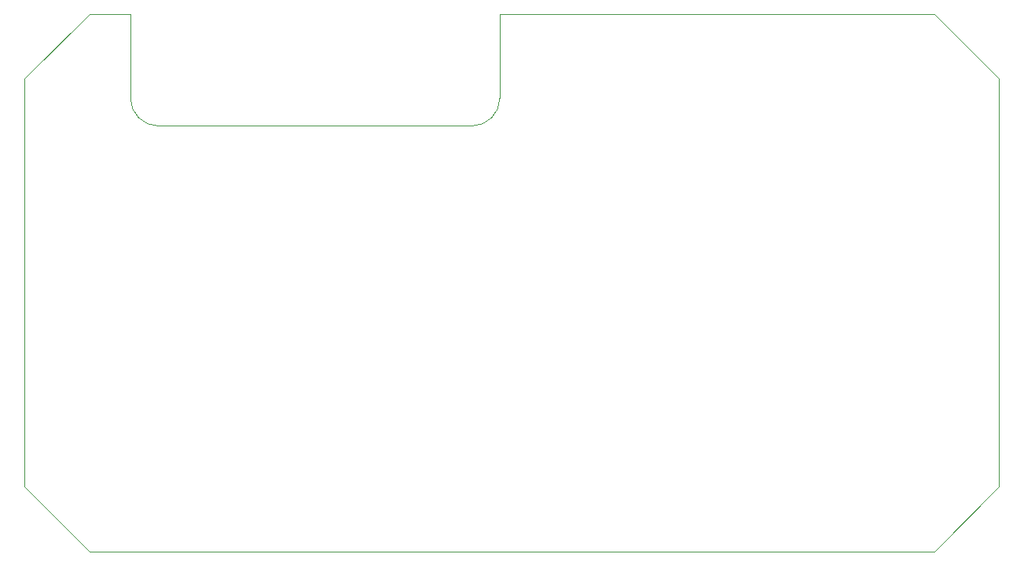
<source format=gm1>
G04 #@! TF.GenerationSoftware,KiCad,Pcbnew,(5.1.9)-1*
G04 #@! TF.CreationDate,2021-05-25T00:15:51+02:00*
G04 #@! TF.ProjectId,HF,48462e6b-6963-4616-945f-706362585858,rev?*
G04 #@! TF.SameCoordinates,Original*
G04 #@! TF.FileFunction,Profile,NP*
%FSLAX46Y46*%
G04 Gerber Fmt 4.6, Leading zero omitted, Abs format (unit mm)*
G04 Created by KiCad (PCBNEW (5.1.9)-1) date 2021-05-25 00:15:51*
%MOMM*%
%LPD*%
G01*
G04 APERTURE LIST*
G04 #@! TA.AperFunction,Profile*
%ADD10C,0.050000*%
G04 #@! TD*
G04 APERTURE END LIST*
D10*
X118000000Y-20000000D02*
X71200000Y-20000000D01*
X34400000Y-32100000D02*
G75*
G02*
X31400000Y-29100000I0J3000000D01*
G01*
X71200000Y-29100000D02*
G75*
G02*
X68200000Y-32100000I-3000000J0D01*
G01*
X71200000Y-29100000D02*
X71200000Y-20000000D01*
X34400000Y-32100000D02*
X68200000Y-32100000D01*
X31400000Y-20000000D02*
X31400000Y-29100000D01*
X118000000Y-78000000D02*
X125000000Y-71000000D01*
X27000000Y-78000000D02*
X20000000Y-71000000D01*
X20000000Y-27000000D02*
X27000000Y-20000000D01*
X20000000Y-27000000D02*
X20000000Y-71000000D01*
X118000000Y-78000000D02*
X27000000Y-78000000D01*
X125000000Y-27000000D02*
X125000000Y-71000000D01*
X118000000Y-20000000D02*
X125000000Y-27000000D01*
X27000000Y-20000000D02*
X31400000Y-20000000D01*
M02*

</source>
